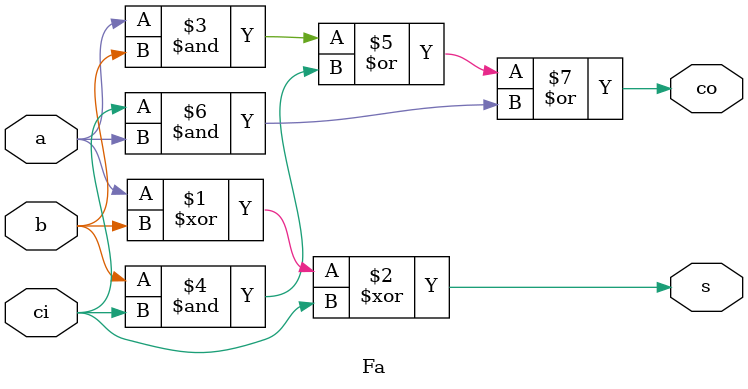
<source format=v>
`timescale 1ns / 1ps


module Fa(a, b, ci, s, co);
input a,b,ci;
output co, s;
assign s = (a^b)^ci;
assign co = (a&b)|(b&ci)|(ci&a);
 
endmodule

</source>
